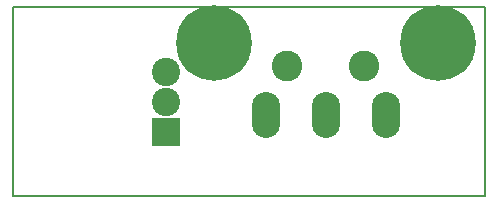
<source format=gbs>
G04 #@! TF.FileFunction,Soldermask,Bot*
%FSLAX46Y46*%
G04 Gerber Fmt 4.6, Leading zero omitted, Abs format (unit mm)*
G04 Created by KiCad (PCBNEW 4.0.2-stable) date 28/05/2016 23:34:47*
%MOMM*%
G01*
G04 APERTURE LIST*
%ADD10C,0.100000*%
%ADD11C,0.150000*%
%ADD12C,6.400000*%
%ADD13C,2.600000*%
%ADD14O,2.400000X3.900000*%
%ADD15R,2.400000X2.400000*%
%ADD16C,2.400000*%
G04 APERTURE END LIST*
D10*
D11*
X0Y16000000D02*
X0Y0D01*
X40000000Y16000000D02*
X0Y16000000D01*
X40000000Y0D02*
X40000000Y16000000D01*
X0Y0D02*
X40000000Y0D01*
D12*
X17000000Y13000000D03*
X36000000Y13000000D03*
D13*
X23250000Y11000000D03*
X29750000Y11000000D03*
D14*
X21420000Y6900000D03*
X26500000Y6900000D03*
X31580000Y6900000D03*
D15*
X13000000Y5460000D03*
D16*
X13000000Y8000000D03*
X13000000Y10540000D03*
M02*

</source>
